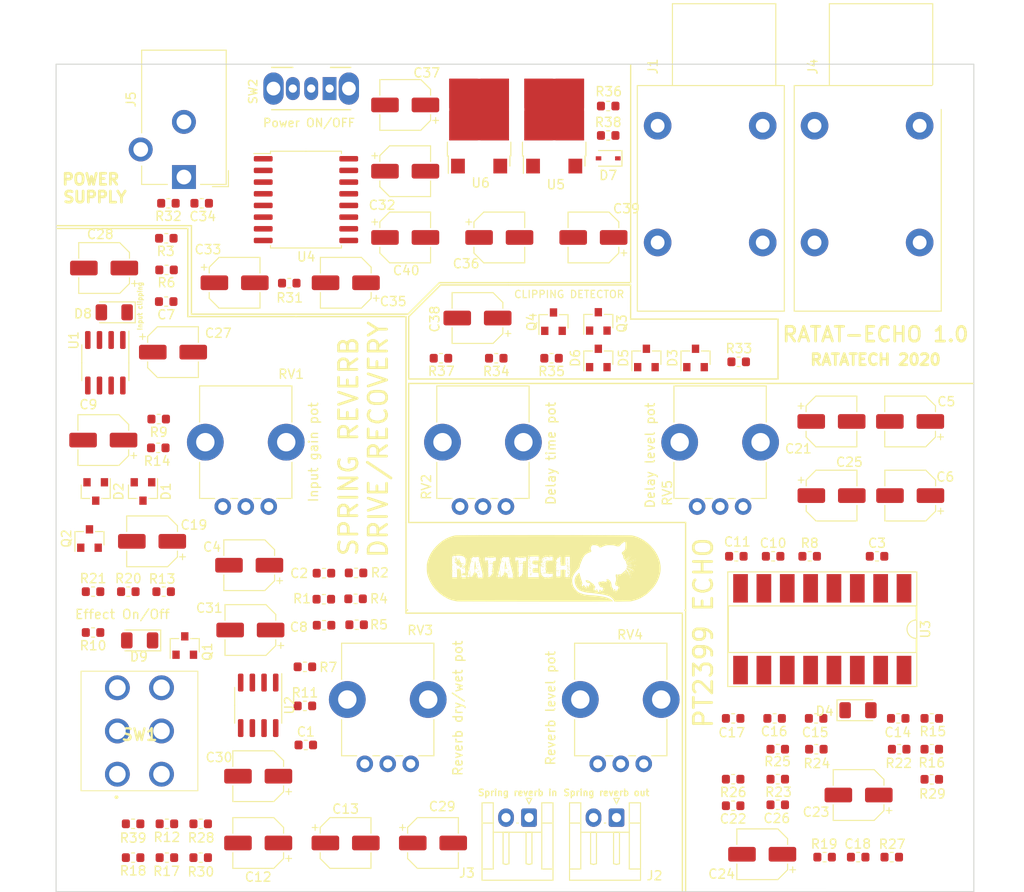
<source format=kicad_pcb>
(kicad_pcb (version 20171130) (host pcbnew "(5.1.4)-1")
  (title_block (title RATAT-ECHO) (date 2020-06-08) (rev 1.0) (company Ratatech))
  (layers (0 F.Cu signal) (31 B.Cu signal) (34 B.Paste user) (35 F.Paste user) (36 B.SilkS user) (37 F.SilkS user) (38 B.Mask user) (39 F.Mask user) (44 Edge.Cuts user))
  (net 0 "")
  (net 1 reverb_out)
  (net 2 "Net-(C1-Pad1)")
  (net 3 "Net-(C2-Pad1)")
  (net 4 VCC5)
  (net 5 GND)
  (net 6 "Net-(C4-Pad2)")
  (net 7 "Net-(C4-Pad1)")
  (net 8 "Net-(C6-Pad1)")
  (net 9 scaled_input)
  (net 10 "Net-(C7-Pad1)")
  (net 11 "Net-(C8-Pad2)")
  (net 12 reverb_in-)
  (net 13 "Net-(C9-Pad1)")
  (net 14 "Net-(C10-Pad2)")
  (net 15 "Net-(C11-Pad2)")
  (net 16 "Net-(C12-Pad2)")
  (net 17 "Net-(C12-Pad1)")
  (net 18 "Net-(C13-Pad2)")
  (net 19 "Net-(C13-Pad1)")
  (net 20 "Net-(C14-Pad2)")
  (net 21 "Net-(C14-Pad1)")
  (net 22 "Net-(C15-Pad2)")
  (net 23 "Net-(C15-Pad1)")
  (net 24 "Net-(C16-Pad2)")
  (net 25 "Net-(C16-Pad1)")
  (net 26 "Net-(C17-Pad2)")
  (net 27 "Net-(C17-Pad1)")
  (net 28 "Net-(C18-Pad2)")
  (net 29 "Net-(C19-Pad2)")
  (net 30 "Net-(C19-Pad1)")
  (net 31 input)
  (net 32 "Net-(C21-Pad1)")
  (net 33 "Net-(C22-Pad2)")
  (net 34 reverb_input)
  (net 35 "Net-(C23-Pad1)")
  (net 36 "Net-(C24-Pad2)")
  (net 37 "Net-(C25-Pad2)")
  (net 38 "Net-(C26-Pad2)")
  (net 39 VCC)
  (net 40 VDD)
  (net 41 "Net-(C29-Pad2)")
  (net 42 output)
  (net 43 "Net-(C32-Pad1)")
  (net 44 "Net-(C33-Pad2)")
  (net 45 "Net-(C33-Pad1)")
  (net 46 "Net-(C34-Pad2)")
  (net 47 "Net-(C34-Pad1)")
  (net 48 "Net-(C38-Pad1)")
  (net 49 "Net-(D1-Pad1)")
  (net 50 "Net-(D3-Pad1)")
  (net 51 "Net-(D4-Pad2)")
  (net 52 "Net-(D5-Pad1)")
  (net 53 "Net-(D6-Pad1)")
  (net 54 reverb_in+)
  (net 55 "Net-(J4-PadT)")
  (net 56 "Net-(J5-Pad1)")
  (net 57 "Net-(Q1-Pad1)")
  (net 58 "Net-(Q2-Pad3)")
  (net 59 "Net-(Q3-Pad2)")
  (net 60 "Net-(Q4-Pad2)")
  (net 61 "Net-(R29-Pad2)")
  (net 62 "Net-(R3-Pad1)")
  (net 63 "Net-(R5-Pad2)")
  (net 64 "Net-(R8-Pad2)")
  (net 65 "Net-(R8-Pad1)")
  (net 66 "Net-(R17-Pad2)")
  (net 67 "Net-(R17-Pad1)")
  (net 68 "Net-(R28-Pad2)")
  (net 69 "Net-(R31-Pad2)")
  (net 70 "Net-(D8-Pad1)")
  (net 71 "Net-(D9-Pad2)")
  (net 72 "Net-(R39-Pad2)")
  (module MountingHole:MountingHole_3mm (layer F.Cu) (at 102.68204 55.89016)
    (fp_text reference REF**)
    (fp_text value MountingHole_3mm)
    (pad 1 np_thru_hole circle (at 0 0) (size 3 3) (drill 3) (layers *.Cu *.Mask))
  )
  (module MountingHole:MountingHole_3mm (layer F.Cu) (at 102.63632 138.90244)
    (fp_text reference REF**)
    (fp_text value MountingHole_3mm)
    (pad 1 np_thru_hole circle (at 0 0) (size 3 3) (drill 3) (layers *.Cu *.Mask))
  )
  (module MountingHole:MountingHole_3mm (layer F.Cu) (at 195.53936 55.83682)
    (fp_text reference REF**)
    (fp_text value MountingHole_3mm)
    (pad 1 np_thru_hole circle (at 0 0) (size 3 3) (drill 3) (layers *.Cu *.Mask))
  )
  (module MountingHole:MountingHole_3mm (layer F.Cu) (at 195.3514 138.7856)
    (fp_text reference REF**)
    (fp_text value MountingHole_3mm)
    (pad 1 np_thru_hole circle (at 0 0) (size 3 3) (drill 3) (layers *.Cu *.Mask))
  )
  (module imgs:ratatech_bitmap (layer F.Cu) (at 152.1968 107.26674)
    (fp_text reference G*** hide)
    (fp_text value LOGO hide)
  )
  (module Connector_BarrelJack:BarrelJack_CUI_PJ-102AH_Horizontal (layer F.Cu) (at 113.0554 58.37682 180)
    (fp_text reference J5 (at 5.75 2.1 270) (layer F.SilkS))
    (fp_text value Barrel_Jack_Switch)
    (pad 3 thru_hole circle (at 4.7 -3.35 180) (size 2.6 2.6) (drill 1.6) (layers *.Cu *.Mask) (net 5 GND))
    (pad 2 thru_hole circle (at 0 -0.35 180) (size 2.6 2.6) (drill 1.6) (layers *.Cu *.Mask) (net 5 GND))
    (pad 1 thru_hole rect (at 0 -6.35 180) (size 2.6 2.6) (drill 1.6) (layers *.Cu *.Mask) (net 56 "Net-(J5-Pad1)"))
  )
  (module Button_Switch_THT:SW_CuK_OS102011MA1QN1_SPDT_Angled (layer F.Cu) (at 129.53238 56.37276 180)
    (fp_text reference SW2 (at 8.95858 0.95504 90) (layer F.SilkS) (effects (font (size 0.9 0.9))))
    (fp_text value SW_SPST)
    (pad "" thru_hole oval (at 6.735 1.27 180) (size 2.2 3.5) (drill 1.5) (layers *.Cu *.Mask))
    (pad "" thru_hole oval (at -1.465 1.27 180) (size 2.2 3.5) (drill 1.5) (layers *.Cu *.Mask))
    (pad 3 thru_hole oval (at 4.635 1.27 180) (size 1.5 2.5) (drill 0.9) (layers *.Cu *.Mask))
    (pad 2 thru_hole oval (at 2.635 1.27 180) (size 1.5 2.5) (drill 0.9) (layers *.Cu *.Mask) (net 43 "Net-(C32-Pad1)"))
    (pad 1 thru_hole rect (at 0.635 1.27 180) (size 1.5 2.5) (drill 0.9) (layers *.Cu *.Mask) (net 56 "Net-(J5-Pad1)"))
  )
  (module M2028B2B1W03:M2028B2B1W03 (layer F.Cu) (at 108.3564 124.59716)
    (fp_text reference SW1 (at -0.14 0.78) (layer F.SilkS) (effects (font (size 1.27 1.27) (thickness 0.254))))
    (fp_text value SW_DPDT_x2 hide)
    (pad 6 thru_hole circle (at 2.26 -4.32) (size 2.7 2.7) (drill 1.8) (layers *.Cu *.Mask))
    (pad 5 thru_hole circle (at 2.26 0.38) (size 2.7 2.7) (drill 1.8) (layers *.Cu *.Mask) (net 72 "Net-(R39-Pad2)"))
    (pad 4 thru_hole circle (at 2.26 5.08) (size 2.7 2.7) (drill 1.8) (layers *.Cu *.Mask) (net 39 VCC))
    (pad 3 thru_hole circle (at -2.54 -4.32) (size 2.7 2.7) (drill 1.8) (layers *.Cu *.Mask) (net 31 input))
    (pad 2 thru_hole circle (at -2.54 0.38) (size 2.7 2.7) (drill 1.8) (layers *.Cu *.Mask) (net 55 "Net-(J4-PadT)"))
    (pad 1 thru_hole circle (at -2.54 5.08) (size 2.7 2.7) (drill 1.8) (layers *.Cu *.Mask) (net 42 output))
  )
  (module Resistor_SMD:R_0603_1608Metric (layer F.Cu) (at 107.52582 135.07466)
    (fp_text reference R39 (at -0.00254 1.54392) (layer F.SilkS))
    (fp_text value 470)
    (pad 2 smd roundrect (at 0.7875 0) (size 0.875 0.95) (layers F.Cu F.Paste F.Mask) (net 72 "Net-(R39-Pad2)"))
    (pad 1 smd roundrect (at -0.7875 0) (size 0.875 0.95) (layers F.Cu F.Paste F.Mask) (net 71 "Net-(D9-Pad2)"))
  )
  (module LED_SMD:LED_1206_3216Metric (layer F.Cu) (at 108.2421 115.1255 180)
    (fp_text reference D9 (at 0.09144 -1.78308 180) (layer F.SilkS))
    (fp_text value LED)
    (pad 2 smd roundrect (at 1.4 0 180) (size 1.25 1.75) (layers F.Cu F.Paste F.Mask) (roundrect_rratio 0.2) (net 71 "Net-(D9-Pad2)"))
    (pad 1 smd roundrect (at -1.4 0 180) (size 1.25 1.75) (layers F.Cu F.Paste F.Mask) (roundrect_rratio 0.2) (net 5 GND))
  )
  (module Potentiometer_THT:Potentiometer_Alps_RK09K_Single_Vertical (layer F.Cu) (at 119.74068 92.94368)
    (fp_text reference RV1 (at 4.97586 -6.7818 180) (layer F.SilkS))
    (fp_text value 100K)
    (pad "" np_thru_hole circle (at 4.44 0.62 90) (size 4 4) (drill 2) (layers *.Cu *.Mask))
    (pad "" np_thru_hole circle (at -4.36 0.62 90) (size 4 4) (drill 2) (layers *.Cu *.Mask))
    (pad 1 thru_hole circle (at 2.54 7.62 90) (size 1.8 1.8) (drill 1) (layers *.Cu *.Mask) (net 62 "Net-(R3-Pad1)"))
    (pad 2 thru_hole circle (at 0.04 7.62 90) (size 1.8 1.8) (drill 1) (layers *.Cu *.Mask) (net 62 "Net-(R3-Pad1)"))
    (pad 3 thru_hole circle (at -2.46 7.62 90) (size 1.8 1.8) (drill 1) (layers *.Cu *.Mask) (net 34 reverb_input))
  )
  (module Connector_Audio:Jack_6.35mm_Neutrik_NRJ4HF-1_Horizontal (layer F.Cu) (at 181.6481 59.1439 90)
    (fp_text reference J4 (at 6.42112 -0.19304 90) (layer F.SilkS))
    (fp_text value AudioJack2)
    (pad TN thru_hole circle (at -12.7 11.43 90) (size 3 3) (drill 1.5) (layers *.Cu *.Mask))
    (pad "" np_thru_hole circle (at -3.2 0 90) (size 2 2) (drill 2) (layers *.Cu *.Mask))
    (pad "" np_thru_hole circle (at -3.2 11.43 90) (size 2 2) (drill 2) (layers *.Cu *.Mask))
    (pad "" np_thru_hole circle (at -9.55 2.13 90) (size 3 3) (drill 3) (layers *.Cu *.Mask))
    (pad G thru_hole circle (at 0 11.43 90) (size 3 3) (drill 1.5) (layers *.Cu *.Mask))
    (pad S thru_hole circle (at 0 0 90) (size 3 3) (drill 1.5) (layers *.Cu *.Mask) (net 5 GND))
    (pad T thru_hole circle (at -12.7 0 90) (size 3 3) (drill 1.5) (layers *.Cu *.Mask) (net 55 "Net-(J4-PadT)"))
  )
  (module Connector_Audio:Jack_6.35mm_Neutrik_NRJ4HF-1_Horizontal (layer F.Cu) (at 164.5793 58.5089 90)
    (fp_text reference J1 (at 5.81152 -0.51054 90) (layer F.SilkS))
    (fp_text value AudioJack2)
    (pad TN thru_hole circle (at -13.335 11.43 90) (size 3 3) (drill 1.5) (layers *.Cu *.Mask))
    (pad "" np_thru_hole circle (at -3.835 0 90) (size 2 2) (drill 2) (layers *.Cu *.Mask))
    (pad "" np_thru_hole circle (at -3.835 11.43 90) (size 2 2) (drill 2) (layers *.Cu *.Mask))
    (pad "" np_thru_hole circle (at -10.185 2.13 90) (size 3 3) (drill 3) (layers *.Cu *.Mask))
    (pad G thru_hole circle (at -0.635 11.43 90) (size 3 3) (drill 1.5) (layers *.Cu *.Mask))
    (pad S thru_hole circle (at -0.635 0 90) (size 3 3) (drill 1.5) (layers *.Cu *.Mask) (net 5 GND))
    (pad T thru_hole circle (at -13.335 0 90) (size 3 3) (drill 1.5) (layers *.Cu *.Mask) (net 31 input))
  )
  (module Potentiometer_THT:Potentiometer_Alps_RK09K_Single_Vertical (layer F.Cu) (at 171.3357 92.94368)
    (fp_text reference RV5 (at -5.69976 6.14426 90) (layer F.SilkS))
    (fp_text value 50K)
    (pad "" np_thru_hole circle (at 4.44 0.62 90) (size 4 4) (drill 2) (layers *.Cu *.Mask))
    (pad "" np_thru_hole circle (at -4.36 0.62 90) (size 4 4) (drill 2) (layers *.Cu *.Mask))
    (pad 1 thru_hole circle (at 2.54 7.62 90) (size 1.8 1.8) (drill 1) (layers *.Cu *.Mask) (net 37 "Net-(C25-Pad2)"))
    (pad 2 thru_hole circle (at 0.04 7.62 90) (size 1.8 1.8) (drill 1) (layers *.Cu *.Mask) (net 61 "Net-(R29-Pad2)"))
    (pad 3 thru_hole circle (at -2.46 7.62 90) (size 1.8 1.8) (drill 1) (layers *.Cu *.Mask) (net 5 GND))
  )
  (module Potentiometer_THT:Potentiometer_Alps_RK09K_Single_Vertical (layer F.Cu) (at 145.53819 92.94368)
    (fp_text reference RV2 (at -6.11251 5.48386 90) (layer F.SilkS))
    (fp_text value 22K)
    (pad "" np_thru_hole circle (at 4.44 0.62 90) (size 4 4) (drill 2) (layers *.Cu *.Mask))
    (pad "" np_thru_hole circle (at -4.36 0.62 90) (size 4 4) (drill 2) (layers *.Cu *.Mask))
    (pad 1 thru_hole circle (at 2.54 7.62 90) (size 1.8 1.8) (drill 1) (layers *.Cu *.Mask) (net 65 "Net-(R8-Pad1)"))
    (pad 2 thru_hole circle (at 0.04 7.62 90) (size 1.8 1.8) (drill 1) (layers *.Cu *.Mask) (net 65 "Net-(R8-Pad1)"))
    (pad 3 thru_hole circle (at -2.46 7.62 90) (size 1.8 1.8) (drill 1) (layers *.Cu *.Mask) (net 5 GND))
  )
  (module Potentiometer_THT:Potentiometer_Alps_RK09K_Single_Vertical (layer F.Cu) (at 135.18388 120.93194)
    (fp_text reference RV3 (at 3.57124 -6.90118 180) (layer F.SilkS))
    (fp_text value 10K)
    (pad "" np_thru_hole circle (at 4.44 0.62 90) (size 4 4) (drill 2) (layers *.Cu *.Mask))
    (pad "" np_thru_hole circle (at -4.36 0.62 90) (size 4 4) (drill 2) (layers *.Cu *.Mask))
    (pad 1 thru_hole circle (at 2.54 7.62 90) (size 1.8 1.8) (drill 1) (layers *.Cu *.Mask) (net 9 scaled_input))
    (pad 2 thru_hole circle (at 0.04 7.62 90) (size 1.8 1.8) (drill 1) (layers *.Cu *.Mask) (net 18 "Net-(C13-Pad2)"))
    (pad 3 thru_hole circle (at -2.46 7.62 90) (size 1.8 1.8) (drill 1) (layers *.Cu *.Mask) (net 5 GND))
  )
  (module Potentiometer_THT:Potentiometer_Alps_RK09K_Single_Vertical (layer F.Cu) (at 160.528 120.93194)
    (fp_text reference RV4 (at 1.04648 -6.42366 180) (layer F.SilkS))
    (fp_text value 10K)
    (pad "" np_thru_hole circle (at 4.44 0.62 90) (size 4 4) (drill 2) (layers *.Cu *.Mask))
    (pad "" np_thru_hole circle (at -4.36 0.62 90) (size 4 4) (drill 2) (layers *.Cu *.Mask))
    (pad 1 thru_hole circle (at 2.54 7.62 90) (size 1.8 1.8) (drill 1) (layers *.Cu *.Mask) (net 17 "Net-(C12-Pad1)"))
    (pad 2 thru_hole circle (at 0.04 7.62 90) (size 1.8 1.8) (drill 1) (layers *.Cu *.Mask) (net 66 "Net-(R17-Pad2)"))
    (pad 3 thru_hole circle (at -2.46 7.62 90) (size 1.8 1.8) (drill 1) (layers *.Cu *.Mask) (net 5 GND))
  )
  (module Package_SO:SOIC-16W_7.5x10.3mm_P1.27mm (layer F.Cu) (at 126.32944 67.18046)
    (fp_text reference U4 (at 0.0254 6.223) (layer F.SilkS))
    (fp_text value LT1054xSOIC16)
    (pad 16 smd roundrect (at 4.65 -4.445) (size 2.05 0.6) (layers F.Cu F.Paste F.Mask))
    (pad 15 smd roundrect (at 4.65 -3.175) (size 2.05 0.6) (layers F.Cu F.Paste F.Mask))
    (pad 14 smd roundrect (at 4.65 -1.905) (size 2.05 0.6) (layers F.Cu F.Paste F.Mask) (net 43 "Net-(C32-Pad1)"))
    (pad 13 smd roundrect (at 4.65 -0.635) (size 2.05 0.6) (layers F.Cu F.Paste F.Mask))
    (pad 12 smd roundrect (at 4.65 0.635) (size 2.05 0.6) (layers F.Cu F.Paste F.Mask) (net 69 "Net-(R31-Pad2)"))
    (pad 11 smd roundrect (at 4.65 1.905) (size 2.05 0.6) (layers F.Cu F.Paste F.Mask) (net 47 "Net-(C34-Pad1)"))
    (pad 10 smd roundrect (at 4.65 3.175) (size 2.05 0.6) (layers F.Cu F.Paste F.Mask))
    (pad 9 smd roundrect (at 4.65 4.445) (size 2.05 0.6) (layers F.Cu F.Paste F.Mask))
    (pad 8 smd roundrect (at -4.65 4.445) (size 2.05 0.6) (layers F.Cu F.Paste F.Mask))
    (pad 7 smd roundrect (at -4.65 3.175) (size 2.05 0.6) (layers F.Cu F.Paste F.Mask))
    (pad 6 smd roundrect (at -4.65 1.905) (size 2.05 0.6) (layers F.Cu F.Paste F.Mask) (net 44 "Net-(C33-Pad2)"))
    (pad 5 smd roundrect (at -4.65 0.635) (size 2.05 0.6) (layers F.Cu F.Paste F.Mask) (net 5 GND))
    (pad 4 smd roundrect (at -4.65 -0.635) (size 2.05 0.6) (layers F.Cu F.Paste F.Mask) (net 45 "Net-(C33-Pad1)"))
    (pad 3 smd roundrect (at -4.65 -1.905) (size 2.05 0.6) (layers F.Cu F.Paste F.Mask) (net 46 "Net-(C34-Pad2)"))
    (pad 2 smd roundrect (at -4.65 -3.175) (size 2.05 0.6) (layers F.Cu F.Paste F.Mask))
    (pad 1 smd roundrect (at -4.65 -4.445) (size 2.05 0.6) (layers F.Cu F.Paste F.Mask))
  )
  (module Resistor_SMD:R_0603_1608Metric (layer F.Cu) (at 181.1147 105.97642)
    (fp_text reference R8 (at 0 -1.43) (layer F.SilkS))
    (fp_text value 680)
    (pad 2 smd roundrect (at 0.7875 0) (size 0.875 0.95) (layers F.Cu F.Paste F.Mask) (net 64 "Net-(R8-Pad2)"))
    (pad 1 smd roundrect (at -0.7875 0) (size 0.875 0.95) (layers F.Cu F.Paste F.Mask) (net 65 "Net-(R8-Pad1)"))
  )
  (module Resistor_SMD:R_0603_1608Metric (layer F.Cu) (at 159.19998 60.20308)
    (fp_text reference R38 (at 0 -1.43) (layer F.SilkS))
    (fp_text value 270)
    (pad 2 smd roundrect (at 0.7875 0) (size 0.875 0.95) (layers F.Cu F.Paste F.Mask) (net 4 VCC5))
    (pad 1 smd roundrect (at -0.7875 0) (size 0.875 0.95) (layers F.Cu F.Paste F.Mask) (net 39 VCC))
  )
  (module LED_SMD:LED_1206_3216Metric (layer F.Cu) (at 105.4735 79.4385 180)
    (fp_text reference D8 (at 3.4036 -0.1524) (layer F.SilkS))
    (fp_text value LED)
    (pad 2 smd roundrect (at 1.4 0 180) (size 1.25 1.75) (layers F.Cu F.Paste F.Mask) (roundrect_rratio 0.2) (net 53 "Net-(D6-Pad1)"))
    (pad 1 smd roundrect (at -1.4 0 180) (size 1.25 1.75) (layers F.Cu F.Paste F.Mask) (roundrect_rratio 0.2) (net 70 "Net-(D8-Pad1)"))
  )
  (module Diode_SMD:D_SOD-323 (layer F.Cu) (at 159.19998 62.69228 180)
    (fp_text reference D7 (at 0 -1.85) (layer F.SilkS))
    (fp_text value D_Zener_5.6v)
    (pad 2 smd rect (at 1.05 0 180) (size 0.6 0.45) (layers F.Cu F.Paste F.Mask) (net 5 GND))
    (pad 1 smd rect (at -1.05 0 180) (size 0.6 0.45) (layers F.Cu F.Paste F.Mask) (net 4 VCC5))
  )
  (module Capacitor_SMD:CP_Elec_5x5.3 (layer F.Cu) (at 137.1219 64.09055)
    (fp_text reference C32 (at -2.5146 3.6957) (layer F.SilkS))
    (fp_text value 2uF)
    (pad 2 smd roundrect (at 2.2 0) (size 3 1.6) (layers F.Cu F.Paste F.Mask) (roundrect_rratio 0.15625) (net 5 GND))
    (pad 1 smd roundrect (at -2.2 0) (size 3 1.6) (layers F.Cu F.Paste F.Mask) (roundrect_rratio 0.15625) (net 43 "Net-(C32-Pad1)"))
  )
  (module Package_TO_SOT_SMD:ATPAK-2 (layer F.Cu) (at 145.161 59.182 90)
    (fp_text reference U6 (at -6.17474 0.1651 180) (layer F.SilkS))
    (fp_text value LM7912_TO220)
    (pad 2 smd rect (at 0.05 1.7 90) (size 3.2 3.1) (layers F.Cu F.Paste) (net 47 "Net-(C34-Pad1)"))
    (pad 2 smd rect (at 3.55 -1.7 90) (size 3.2 3.1) (layers F.Cu F.Paste) (net 47 "Net-(C34-Pad1)"))
    (pad 2 smd rect (at 0.05 -1.7 90) (size 3.2 3.1) (layers F.Cu F.Paste) (net 47 "Net-(C34-Pad1)"))
    (pad 2 smd rect (at 3.55 1.7 90) (size 3.2 3.1) (layers F.Cu F.Paste) (net 47 "Net-(C34-Pad1)"))
    (pad 2 smd rect (at 1.8 0 90) (size 6.7 6.5) (layers F.Cu F.Mask) (net 47 "Net-(C34-Pad1)"))
    (pad 3 smd rect (at -4.35 2.3 90) (size 1.6 1.5) (layers F.Cu F.Paste F.Mask) (net 40 VDD))
    (pad 1 smd rect (at -4.35 -2.3 90) (size 1.6 1.5) (layers F.Cu F.Paste F.Mask) (net 5 GND))
  )
  (module Package_TO_SOT_SMD:ATPAK-2 (layer F.Cu) (at 153.3271 59.182 90)
    (fp_text reference U5 (at -6.3627 0.18054 180) (layer F.SilkS))
    (fp_text value LM7812_TO220)
    (pad 2 smd rect (at 0.05 1.7 90) (size 3.2 3.1) (layers F.Cu F.Paste) (net 5 GND))
    (pad 2 smd rect (at 3.55 -1.7 90) (size 3.2 3.1) (layers F.Cu F.Paste) (net 5 GND))
    (pad 2 smd rect (at 0.05 -1.7 90) (size 3.2 3.1) (layers F.Cu F.Paste) (net 5 GND))
    (pad 2 smd rect (at 3.55 1.7 90) (size 3.2 3.1) (layers F.Cu F.Paste) (net 5 GND))
    (pad 2 smd rect (at 1.8 0 90) (size 6.7 6.5) (layers F.Cu F.Mask) (net 5 GND))
    (pad 3 smd rect (at -4.35 2.3 90) (size 1.6 1.5) (layers F.Cu F.Paste F.Mask) (net 39 VCC))
    (pad 1 smd rect (at -4.35 -2.3 90) (size 1.6 1.5) (layers F.Cu F.Paste F.Mask) (net 43 "Net-(C32-Pad1)"))
  )
  (module Package_DIP:DIP-16_W8.89mm_SMDSocket_LongPads (layer F.Cu) (at 182.4863 113.9063 270)
    (fp_text reference U3 (at 0 -11.22 90) (layer F.SilkS))
    (fp_text value PT2399)
    (pad 16 smd rect (at 4.445 -8.89 270) (size 3.1 1.6) (layers F.Cu F.Paste F.Mask) (net 20 "Net-(C14-Pad2)"))
    (pad 8 smd rect (at -4.445 8.89 270) (size 3.1 1.6) (layers F.Cu F.Paste F.Mask) (net 15 "Net-(C11-Pad2)"))
    (pad 15 smd rect (at 4.445 -6.35 270) (size 3.1 1.6) (layers F.Cu F.Paste F.Mask) (net 21 "Net-(C14-Pad1)"))
    (pad 7 smd rect (at -4.445 6.35 270) (size 3.1 1.6) (layers F.Cu F.Paste F.Mask) (net 14 "Net-(C10-Pad2)"))
    (pad 14 smd rect (at 4.445 -3.81 270) (size 3.1 1.6) (layers F.Cu F.Paste F.Mask) (net 22 "Net-(C15-Pad2)"))
    (pad 6 smd rect (at -4.445 3.81 270) (size 3.1 1.6) (layers F.Cu F.Paste F.Mask) (net 64 "Net-(R8-Pad2)"))
    (pad 13 smd rect (at 4.445 -1.27 270) (size 3.1 1.6) (layers F.Cu F.Paste F.Mask) (net 23 "Net-(C15-Pad1)"))
    (pad 5 smd rect (at -4.445 1.27 270) (size 3.1 1.6) (layers F.Cu F.Paste F.Mask))
    (pad 12 smd rect (at 4.445 1.27 270) (size 3.1 1.6) (layers F.Cu F.Paste F.Mask) (net 24 "Net-(C16-Pad2)"))
    (pad 4 smd rect (at -4.445 -1.27 270) (size 3.1 1.6) (layers F.Cu F.Paste F.Mask) (net 5 GND))
    (pad 11 smd rect (at 4.445 3.81 270) (size 3.1 1.6) (layers F.Cu F.Paste F.Mask) (net 25 "Net-(C16-Pad1)"))
    (pad 3 smd rect (at -4.445 -3.81 270) (size 3.1 1.6) (layers F.Cu F.Paste F.Mask) (net 5 GND))
    (pad 10 smd rect (at 4.445 6.35 270) (size 3.1 1.6) (layers F.Cu F.Paste F.Mask) (net 26 "Net-(C17-Pad2)"))
    (pad 2 smd rect (at -4.445 -6.35 270) (size 3.1 1.6) (layers F.Cu F.Paste F.Mask) (net 8 "Net-(C6-Pad1)"))
    (pad 9 smd rect (at 4.445 8.89 270) (size 3.1 1.6) (layers F.Cu F.Paste F.Mask) (net 27 "Net-(C17-Pad1)"))
    (pad 1 smd rect (at -4.445 -8.89 270) (size 3.1 1.6) (layers F.Cu F.Paste F.Mask) (net 4 VCC5))
  )
  (module Package_SO:SOIC-8_3.9x4.9mm_P1.27mm (layer F.Cu) (at 121.1326 122.1867 270)
    (fp_text reference U2 (at 0 -3.4 90) (layer F.SilkS))
    (fp_text value NE5532)
    (pad 8 smd roundrect (at 2.475 -1.905 270) (size 1.95 0.6) (layers F.Cu F.Paste F.Mask) (net 39 VCC))
    (pad 7 smd roundrect (at 2.475 -0.635 270) (size 1.95 0.6) (layers F.Cu F.Paste F.Mask) (net 68 "Net-(R28-Pad2)"))
    (pad 6 smd roundrect (at 2.475 0.635 270) (size 1.95 0.6) (layers F.Cu F.Paste F.Mask) (net 67 "Net-(R17-Pad1)"))
    (pad 5 smd roundrect (at 2.475 1.905 270) (size 1.95 0.6) (layers F.Cu F.Paste F.Mask) (net 5 GND))
    (pad 4 smd roundrect (at -2.475 1.905 270) (size 1.95 0.6) (layers F.Cu F.Paste F.Mask) (net 40 VDD))
    (pad 3 smd roundrect (at -2.475 0.635 270) (size 1.95 0.6) (layers F.Cu F.Paste F.Mask) (net 63 "Net-(R5-Pad2)"))
    (pad 2 smd roundrect (at -2.475 -0.635 270) (size 1.95 0.6) (layers F.Cu F.Paste F.Mask) (net 6 "Net-(C4-Pad2)"))
    (pad 1 smd roundrect (at -2.475 -1.905 270) (size 1.95 0.6) (layers F.Cu F.Paste F.Mask) (net 11 "Net-(C8-Pad2)"))
  )
  (module Package_SO:SOIC-8_3.9x4.9mm_P1.27mm (layer F.Cu) (at 104.50322 84.9249 270)
    (fp_text reference U1 (at -2.43586 3.4294 90) (layer F.SilkS))
    (fp_text value NE5532)
    (pad 8 smd roundrect (at 2.475 -1.905 270) (size 1.95 0.6) (layers F.Cu F.Paste F.Mask) (net 39 VCC))
    (pad 7 smd roundrect (at 2.475 -0.635 270) (size 1.95 0.6) (layers F.Cu F.Paste F.Mask) (net 49 "Net-(D1-Pad1)"))
    (pad 6 smd roundrect (at 2.475 0.635 270) (size 1.95 0.6) (layers F.Cu F.Paste F.Mask) (net 13 "Net-(C9-Pad1)"))
    (pad 5 smd roundrect (at 2.475 1.905 270) (size 1.95 0.6) (layers F.Cu F.Paste F.Mask) (net 10 "Net-(C7-Pad1)"))
    (pad 4 smd roundrect (at -2.475 1.905 270) (size 1.95 0.6) (layers F.Cu F.Paste F.Mask) (net 40 VDD))
    (pad 3 smd roundrect (at -2.475 0.635 270) (size 1.95 0.6) (layers F.Cu F.Paste F.Mask) (net 5 GND))
    (pad 2 smd roundrect (at -2.475 -0.635 270) (size 1.95 0.6) (layers F.Cu F.Paste F.Mask) (net 62 "Net-(R3-Pad1)"))
    (pad 1 smd roundrect (at -2.475 -1.905 270) (size 1.95 0.6) (layers F.Cu F.Paste F.Mask) (net 9 scaled_input))
  )
  (module Resistor_SMD:R_0603_1608Metric (layer F.Cu) (at 141.01064 84.43214 180)
    (fp_text reference R37 (at -0.03556 -1.41224) (layer F.SilkS))
    (fp_text value 1K)
    (pad 2 smd roundrect (at 0.7875 0 180) (size 0.875 0.95) (layers F.Cu F.Paste F.Mask) (net 40 VDD))
    (pad 1 smd roundrect (at -0.7875 0 180) (size 0.875 0.95) (layers F.Cu F.Paste F.Mask) (net 70 "Net-(D8-Pad1)"))
  )
  (module Resistor_SMD:R_0603_1608Metric (layer F.Cu) (at 159.19998 57.00268 180)
    (fp_text reference R36 (at -0.0508 1.5748) (layer F.SilkS))
    (fp_text value 470)
    (pad 2 smd roundrect (at 0.7875 0 180) (size 0.875 0.95) (layers F.Cu F.Paste F.Mask) (net 39 VCC))
    (pad 1 smd roundrect (at -0.7875 0 180) (size 0.875 0.95) (layers F.Cu F.Paste F.Mask) (net 51 "Net-(D4-Pad2)"))
  )
  (module Resistor_SMD:R_0603_1608Metric (layer F.Cu) (at 153.04008 84.43214 180)
    (fp_text reference R35 (at 0 -1.43) (layer F.SilkS))
    (fp_text value 10K)
    (pad 2 smd roundrect (at 0.7875 0 180) (size 0.875 0.95) (layers F.Cu F.Paste F.Mask) (net 60 "Net-(Q4-Pad2)"))
    (pad 1 smd roundrect (at -0.7875 0 180) (size 0.875 0.95) (layers F.Cu F.Paste F.Mask) (net 48 "Net-(C38-Pad1)"))
  )
  (module Resistor_SMD:R_0603_1608Metric (layer F.Cu) (at 147.02536 84.43214 180)
    (fp_text reference R34 (at 0 -1.43) (layer F.SilkS))
    (fp_text value 100K)
    (pad 2 smd roundrect (at 0.7875 0 180) (size 0.875 0.95) (layers F.Cu F.Paste F.Mask) (net 40 VDD))
    (pad 1 smd roundrect (at -0.7875 0 180) (size 0.875 0.95) (layers F.Cu F.Paste F.Mask) (net 48 "Net-(C38-Pad1)"))
  )
  (module Resistor_SMD:R_0603_1608Metric (layer F.Cu) (at 173.3931 84.8233 180)
    (fp_text reference R33 (at -0.0254 1.4478) (layer F.SilkS))
    (fp_text value 10K)
    (pad 2 smd roundrect (at 0.7875 0 180) (size 0.875 0.95) (layers F.Cu F.Paste F.Mask) (net 59 "Net-(Q3-Pad2)"))
    (pad 1 smd roundrect (at -0.7875 0 180) (size 0.875 0.95) (layers F.Cu F.Paste F.Mask) (net 42 output))
  )
  (module Resistor_SMD:R_0603_1608Metric (layer F.Cu) (at 111.3663 67.5767)
    (fp_text reference R32 (at -0.00254 1.41214) (layer F.SilkS))
    (fp_text value 240K)
    (pad 2 smd roundrect (at 0.7875 0) (size 0.875 0.95) (layers F.Cu F.Paste F.Mask) (net 47 "Net-(C34-Pad1)"))
    (pad 1 smd roundrect (at -0.7875 0) (size 0.875 0.95) (layers F.Cu F.Paste F.Mask) (net 46 "Net-(C34-Pad2)"))
  )
  (module Resistor_SMD:R_0603_1608Metric (layer F.Cu) (at 124.5108 76.2635)
    (fp_text reference R31 (at 0.04572 1.6002) (layer F.SilkS))
    (fp_text value 22K)
    (pad 2 smd roundrect (at 0.7875 0) (size 0.875 0.95) (layers F.Cu F.Paste F.Mask) (net 69 "Net-(R31-Pad2)"))
    (pad 1 smd roundrect (at -0.7875 0) (size 0.875 0.95) (layers F.Cu F.Paste F.Mask) (net 46 "Net-(C34-Pad2)"))
  )
  (module Resistor_SMD:R_0603_1608Metric (layer F.Cu) (at 114.87658 138.75258)
    (fp_text reference R30 (at 0.02032 1.54432) (layer F.SilkS))
    (fp_text value 100)
    (pad 2 smd roundrect (at 0.7875 0) (size 0.875 0.95) (layers F.Cu F.Paste F.Mask) (net 41 "Net-(C29-Pad2)"))
    (pad 1 smd roundrect (at -0.7875 0) (size 0.875 0.95) (layers F.Cu F.Paste F.Mask) (net 68 "Net-(R28-Pad2)"))
  )
  (module Resistor_SMD:R_0603_1608Metric (layer F.Cu) (at 194.39636 130.23342 180)
    (fp_text reference R29 (at -0.0635 -1.5875) (layer F.SilkS))
    (fp_text value 10K)
    (pad 2 smd roundrect (at 0.7875 0 180) (size 0.875 0.95) (layers F.Cu F.Paste F.Mask) (net 61 "Net-(R29-Pad2)"))
    (pad 1 smd roundrect (at -0.7875 0 180) (size 0.875 0.95) (layers F.Cu F.Paste F.Mask) (net 36 "Net-(C24-Pad2)"))
  )
  (module Resistor_SMD:R_0603_1608Metric (layer F.Cu) (at 114.87658 135.07466)
    (fp_text reference R28 (at 0.0508 1.524) (layer F.SilkS))
    (fp_text value 10K)
    (pad 2 smd roundrect (at 0.7875 0) (size 0.875 0.95) (layers F.Cu F.Paste F.Mask) (net 68 "Net-(R28-Pad2)"))
    (pad 1 smd roundrect (at -0.7875 0) (size 0.875 0.95) (layers F.Cu F.Paste F.Mask) (net 67 "Net-(R17-Pad1)"))
  )
  (module Resistor_SMD:R_0603_1608Metric (layer F.Cu) (at 190.0428 138.6967 180)
    (fp_text reference R27 (at -0.0381 1.4098) (layer F.SilkS))
    (fp_text value 100K)
    (pad 2 smd roundrect (at 0.7875 0 180) (size 0.875 0.95) (layers F.Cu F.Paste F.Mask) (net 5 GND))
    (pad 1 smd roundrect (at -0.7875 0 180) (size 0.875 0.95) (layers F.Cu F.Paste F.Mask) (net 31 input))
  )
  (module Resistor_SMD:R_0603_1608Metric (layer F.Cu) (at 172.79152 130.21818 180)
    (fp_text reference R26 (at 0 -1.43) (layer F.SilkS))
    (fp_text value 5.6K)
    (pad 2 smd roundrect (at 0.7875 0 180) (size 0.875 0.95) (layers F.Cu F.Paste F.Mask) (net 33 "Net-(C22-Pad2)"))
    (pad 1 smd roundrect (at -0.7875 0 180) (size 0.875 0.95) (layers F.Cu F.Paste F.Mask) (net 22 "Net-(C15-Pad2)"))
  )
  (module Resistor_SMD:R_0603_1608Metric (layer F.Cu) (at 177.64262 126.95896)
    (fp_text reference R25 (at -0.0255 1.337467) (layer F.SilkS))
    (fp_text value 10K)
    (pad 2 smd roundrect (at 0.7875 0) (size 0.875 0.95) (layers F.Cu F.Paste F.Mask) (net 38 "Net-(C26-Pad2)"))
    (pad 1 smd roundrect (at -0.7875 0) (size 0.875 0.95) (layers F.Cu F.Paste F.Mask) (net 24 "Net-(C16-Pad2)"))
  )
  (module Resistor_SMD:R_0603_1608Metric (layer F.Cu) (at 181.84152 126.95896 180)
    (fp_text reference R24 (at -0.0508 -1.5494) (layer F.SilkS))
    (fp_text value 10K)
    (pad 2 smd roundrect (at 0.7875 0 180) (size 0.875 0.95) (layers F.Cu F.Paste F.Mask) (net 38 "Net-(C26-Pad2)"))
    (pad 1 smd roundrect (at -0.7875 0 180) (size 0.875 0.95) (layers F.Cu F.Paste F.Mask) (net 23 "Net-(C15-Pad1)"))
  )
  (module Resistor_SMD:R_0603_1608Metric (layer F.Cu) (at 177.64262 130.21818)
    (fp_text reference R23 (at 0.0761 1.405334) (layer F.SilkS))
    (fp_text value 15K)
    (pad 2 smd roundrect (at 0.7875 0) (size 0.875 0.95) (layers F.Cu F.Paste F.Mask) (net 38 "Net-(C26-Pad2)"))
    (pad 1 smd roundrect (at -0.7875 0) (size 0.875 0.95) (layers F.Cu F.Paste F.Mask) (net 22 "Net-(C15-Pad2)"))
  )
  (module Resistor_SMD:R_0603_1608Metric (layer F.Cu) (at 190.85052 126.95896)
    (fp_text reference R22 (at -0.0508 1.524) (layer F.SilkS))
    (fp_text value 4.7K)
    (pad 2 smd roundrect (at 0.7875 0) (size 0.875 0.95) (layers F.Cu F.Paste F.Mask) (net 35 "Net-(C23-Pad1)"))
    (pad 1 smd roundrect (at -0.7875 0) (size 0.875 0.95) (layers F.Cu F.Paste F.Mask) (net 21 "Net-(C14-Pad1)"))
  )
  (module Resistor_SMD:R_0603_1608Metric (layer F.Cu) (at 103.16972 109.82198)
    (fp_text reference R21 (at 0 -1.43) (layer F.SilkS))
    (fp_text value 10)
    (pad 2 smd roundrect (at 0.7875 0) (size 0.875 0.95) (layers F.Cu F.Paste F.Mask) (net 54 reverb_in+))
    (pad 1 smd roundrect (at -0.7875 0) (size 0.875 0.95) (layers F.Cu F.Paste F.Mask) (net 58 "Net-(Q2-Pad3)"))
  )
  (module Resistor_SMD:R_0603_1608Metric (layer F.Cu) (at 107.00502 109.82198)
    (fp_text reference R20 (at 0 -1.43) (layer F.SilkS))
    (fp_text value 10)
    (pad 2 smd roundrect (at 0.7875 0) (size 0.875 0.95) (layers F.Cu F.Paste F.Mask) (net 57 "Net-(Q1-Pad1)"))
    (pad 1 smd roundrect (at -0.7875 0) (size 0.875 0.95) (layers F.Cu F.Paste F.Mask) (net 54 reverb_in+))
  )
  (module Resistor_SMD:R_0603_1608Metric (layer F.Cu) (at 182.7403 138.6967)
    (fp_text reference R19 (at -0.0508 -1.4224) (layer F.SilkS))
    (fp_text value 15K)
    (pad 2 smd roundrect (at 0.7875 0) (size 0.875 0.95) (layers F.Cu F.Paste F.Mask) (net 32 "Net-(C21-Pad1)"))
    (pad 1 smd roundrect (at -0.7875 0) (size 0.875 0.95) (layers F.Cu F.Paste F.Mask) (net 28 "Net-(C18-Pad2)"))
  )
  (module Resistor_SMD:R_0603_1608Metric (layer F.Cu) (at 107.52582 138.75258 180)
    (fp_text reference R18 (at 0 -1.43) (layer F.SilkS))
    (fp_text value 10K)
    (pad 2 smd roundrect (at 0.7875 0 180) (size 0.875 0.95) (layers F.Cu F.Paste F.Mask) (net 19 "Net-(C13-Pad1)"))
    (pad 1 smd roundrect (at -0.7875 0 180) (size 0.875 0.95) (layers F.Cu F.Paste F.Mask) (net 67 "Net-(R17-Pad1)"))
  )
  (module Resistor_SMD:R_0603_1608Metric (layer F.Cu) (at 111.2012 138.75258)
    (fp_text reference R17 (at -0.0381 1.48082) (layer F.SilkS))
    (fp_text value 10K)
    (pad 2 smd roundrect (at 0.7875 0) (size 0.875 0.95) (layers F.Cu F.Paste F.Mask) (net 66 "Net-(R17-Pad2)"))
    (pad 1 smd roundrect (at -0.7875 0) (size 0.875 0.95) (layers F.Cu F.Paste F.Mask) (net 67 "Net-(R17-Pad1)"))
  )
  (module Resistor_SMD:R_0603_1608Metric (layer F.Cu) (at 194.39636 126.95896)
    (fp_text reference R16 (at 0 1.4732) (layer F.SilkS))
    (fp_text value 10K)
    (pad 2 smd roundrect (at 0.7875 0) (size 0.875 0.95) (layers F.Cu F.Paste F.Mask) (net 28 "Net-(C18-Pad2)"))
    (pad 1 smd roundrect (at -0.7875 0) (size 0.875 0.95) (layers F.Cu F.Paste F.Mask) (net 21 "Net-(C14-Pad1)"))
  )
  (module Resistor_SMD:R_0603_1608Metric (layer F.Cu) (at 194.39636 123.60696)
    (fp_text reference R15 (at 0.11684 1.42454) (layer F.SilkS))
    (fp_text value 10K)
    (pad 2 smd roundrect (at 0.7875 0) (size 0.875 0.95) (layers F.Cu F.Paste F.Mask) (net 28 "Net-(C18-Pad2)"))
    (pad 1 smd roundrect (at -0.7875 0) (size 0.875 0.95) (layers F.Cu F.Paste F.Mask) (net 20 "Net-(C14-Pad2)"))
  )
  (module Resistor_SMD:R_0603_1608Metric (layer F.Cu) (at 110.26394 94.1832)
    (fp_text reference R14 (at -0.12954 1.4351) (layer F.SilkS))
    (fp_text value 3.9K)
    (pad 2 smd roundrect (at 0.7875 0) (size 0.875 0.95) (layers F.Cu F.Paste F.Mask) (net 29 "Net-(C19-Pad2)"))
    (pad 1 smd roundrect (at -0.7875 0) (size 0.875 0.95) (layers F.Cu F.Paste F.Mask) (net 40 VDD))
  )
  (module Resistor_SMD:R_0603_1608Metric (layer F.Cu) (at 110.84814 109.82198 180)
    (fp_text reference R13 (at 0.16764 1.38684) (layer F.SilkS))
    (fp_text value 3.9K)
    (pad 2 smd roundrect (at 0.7875 0 180) (size 0.875 0.95) (layers F.Cu F.Paste F.Mask) (net 39 VCC))
    (pad 1 smd roundrect (at -0.7875 0 180) (size 0.875 0.95) (layers F.Cu F.Paste F.Mask) (net 30 "Net-(C19-Pad1)"))
  )
  (module Resistor_SMD:R_0603_1608Metric (layer F.Cu) (at 111.2012 135.07466)
    (fp_text reference R12 (at 0 1.46304) (layer F.SilkS))
    (fp_text value 22K)
    (pad 2 smd roundrect (at 0.7875 0) (size 0.875 0.95) (layers F.Cu F.Paste F.Mask) (net 5 GND))
    (pad 1 smd roundrect (at -0.7875 0) (size 0.875 0.95) (layers F.Cu F.Paste F.Mask) (net 17 "Net-(C12-Pad1)"))
  )
  (module Resistor_SMD:R_0603_1608Metric (layer F.Cu) (at 126.2124 122.2502)
    (fp_text reference R11 (at 0 -1.43) (layer F.SilkS))
    (fp_text value 560)
    (pad 2 smd roundrect (at 0.7875 0) (size 0.875 0.95) (layers F.Cu F.Paste F.Mask) (net 16 "Net-(C12-Pad2)"))
    (pad 1 smd roundrect (at -0.7875 0) (size 0.875 0.95) (layers F.Cu F.Paste F.Mask) (net 11 "Net-(C8-Pad2)"))
  )
  (module Resistor_SMD:R_0603_1608Metric (layer F.Cu) (at 103.16972 114.26444 180)
    (fp_text reference R10 (at 0 -1.43) (layer F.SilkS))
    (fp_text value 3.3K)
    (pad 2 smd roundrect (at 0.7875 0 180) (size 0.875 0.95) (layers F.Cu F.Paste F.Mask) (net 13 "Net-(C9-Pad1)"))
    (pad 1 smd roundrect (at -0.7875 0 180) (size 0.875 0.95) (layers F.Cu F.Paste F.Mask) (net 54 reverb_in+))
  )
  (module Resistor_SMD:R_0603_1608Metric (layer F.Cu) (at 110.30712 91.04884 180)
    (fp_text reference R9 (at 0 -1.43) (layer F.SilkS))
    (fp_text value 150)
    (pad 2 smd roundrect (at 0.7875 0 180) (size 0.875 0.95) (layers F.Cu F.Paste F.Mask) (net 12 reverb_in-))
    (pad 1 smd roundrect (at -0.7875 0 180) (size 0.875 0.95) (layers F.Cu F.Paste F.Mask) (net 5 GND))
  )
  (module Resistor_SMD:R_0603_1608Metric (layer F.Cu) (at 126.2124 118.00078)
    (fp_text reference R7 (at 2.54 0.0508) (layer F.SilkS))
    (fp_text value 22K)
    (pad 2 smd roundrect (at 0.7875 0) (size 0.875 0.95) (layers F.Cu F.Paste F.Mask) (net 11 "Net-(C8-Pad2)"))
    (pad 1 smd roundrect (at -0.7875 0) (size 0.875 0.95) (layers F.Cu F.Paste F.Mask) (net 6 "Net-(C4-Pad2)"))
  )
  (module Resistor_SMD:R_0603_1608Metric (layer F.Cu) (at 111.1631 74.8284)
    (fp_text reference R6 (at -0.0127 1.3843) (layer F.SilkS))
    (fp_text value 22K)
    (pad 2 smd roundrect (at 0.7875 0) (size 0.875 0.95) (layers F.Cu F.Paste F.Mask) (net 10 "Net-(C7-Pad1)"))
    (pad 1 smd roundrect (at -0.7875 0) (size 0.875 0.95) (layers F.Cu F.Paste F.Mask) (net 5 GND))
  )
  (module Resistor_SMD:R_0603_1608Metric (layer F.Cu) (at 131.8386 113.4237)
    (fp_text reference R5 (at 2.4259 -0.00762) (layer F.SilkS))
    (fp_text value 560)
    (pad 2 smd roundrect (at 0.7875 0) (size 0.875 0.95) (layers F.Cu F.Paste F.Mask) (net 63 "Net-(R5-Pad2)"))
    (pad 1 smd roundrect (at -0.7875 0) (size 0.875 0.95) (layers F.Cu F.Paste F.Mask) (net 2 "Net-(C1-Pad1)"))
  )
  (module Resistor_SMD:R_0603_1608Metric (layer F.Cu) (at 131.724 110.6043 180)
    (fp_text reference R4 (at -2.5404 0.00976) (layer F.SilkS))
    (fp_text value 220)
    (pad 2 smd roundrect (at 0.7875 0 180) (size 0.875 0.95) (layers F.Cu F.Paste F.Mask) (net 5 GND))
    (pad 1 smd roundrect (at -0.7875 0 180) (size 0.875 0.95) (layers F.Cu F.Paste F.Mask) (net 7 "Net-(C4-Pad1)"))
  )
  (module Resistor_SMD:R_0603_1608Metric (layer F.Cu) (at 111.1377 71.3867)
    (fp_text reference R3 (at -0.0635 1.41478) (layer F.SilkS))
    (fp_text value 100K)
    (pad 2 smd roundrect (at 0.7875 0) (size 0.875 0.95) (layers F.Cu F.Paste F.Mask) (net 9 scaled_input))
    (pad 1 smd roundrect (at -0.7875 0) (size 0.875 0.95) (layers F.Cu F.Paste F.Mask) (net 62 "Net-(R3-Pad1)"))
  )
  (module Resistor_SMD:R_0603_1608Metric (layer F.Cu) (at 131.7752 107.7849 180)
    (fp_text reference R2 (at -2.5785 0.02286) (layer F.SilkS))
    (fp_text value 220K)
    (pad 2 smd roundrect (at 0.7875 0 180) (size 0.875 0.95) (layers F.Cu F.Paste F.Mask) (net 5 GND))
    (pad 1 smd roundrect (at -0.7875 0 180) (size 0.875 0.95) (layers F.Cu F.Paste F.Mask) (net 2 "Net-(C1-Pad1)"))
  )
  (module Resistor_SMD:R_0603_1608Metric (layer F.Cu) (at 128.27 110.6424)
    (fp_text reference R1 (at -2.3749 -0.06056) (layer F.SilkS))
    (fp_text value 4.7K)
    (pad 2 smd roundrect (at 0.7875 0) (size 0.875 0.95) (layers F.Cu F.Paste F.Mask) (net 5 GND))
    (pad 1 smd roundrect (at -0.7875 0) (size 0.875 0.95) (layers F.Cu F.Paste F.Mask) (net 3 "Net-(C2-Pad1)"))
  )
  (module Package_TO_SOT_SMD:SOT-23 (layer F.Cu) (at 153.2509 80.4545 90)
    (fp_text reference Q4 (at -0.03302 -2.35966 90) (layer F.SilkS))
    (fp_text value 2N3906)
    (pad 3 smd rect (at 1 0 90) (size 0.9 0.8) (layers F.Cu F.Paste F.Mask) (net 70 "Net-(D8-Pad1)"))
    (pad 2 smd rect (at -1 0.95 90) (size 0.9 0.8) (layers F.Cu F.Paste F.Mask) (net 60 "Net-(Q4-Pad2)"))
    (pad 1 smd rect (at -1 -0.95 90) (size 0.9 0.8) (layers F.Cu F.Paste F.Mask) (net 53 "Net-(D6-Pad1)"))
  )
  (module Package_TO_SOT_SMD:SOT-23 (layer F.Cu) (at 158.1277 80.4291 90)
    (fp_text reference Q3 (at -0.2286 2.5654 90) (layer F.SilkS))
    (fp_text value 2N3904)
    (pad 3 smd rect (at 1 0 90) (size 0.9 0.8) (layers F.Cu F.Paste F.Mask) (net 39 VCC))
    (pad 2 smd rect (at -1 0.95 90) (size 0.9 0.8) (layers F.Cu F.Paste F.Mask) (net 59 "Net-(Q3-Pad2)"))
    (pad 1 smd rect (at -1 -0.95 90) (size 0.9 0.8) (layers F.Cu F.Paste F.Mask) (net 48 "Net-(C38-Pad1)"))
  )
  (module Package_TO_SOT_SMD:SOT-23 (layer F.Cu) (at 102.7807 104.04368 90)
    (fp_text reference Q2 (at 0 -2.5 90) (layer F.SilkS))
    (fp_text value 2N3906)
    (pad 3 smd rect (at 1 0 90) (size 0.9 0.8) (layers F.Cu F.Paste F.Mask) (net 58 "Net-(Q2-Pad3)"))
    (pad 2 smd rect (at -1 0.95 90) (size 0.9 0.8) (layers F.Cu F.Paste F.Mask) (net 29 "Net-(C19-Pad2)"))
    (pad 1 smd rect (at -1 -0.95 90) (size 0.9 0.8) (layers F.Cu F.Paste F.Mask) (net 40 VDD))
  )
  (module Package_TO_SOT_SMD:SOT-23 (layer F.Cu) (at 113.1443 115.6843 90)
    (fp_text reference Q1 (at -0.6731 2.4638 90) (layer F.SilkS))
    (fp_text value 2N3904)
    (pad 3 smd rect (at 1 0 90) (size 0.9 0.8) (layers F.Cu F.Paste F.Mask) (net 39 VCC))
    (pad 2 smd rect (at -1 0.95 90) (size 0.9 0.8) (layers F.Cu F.Paste F.Mask) (net 30 "Net-(C19-Pad1)"))
    (pad 1 smd rect (at -1 -0.95 90) (size 0.9 0.8) (layers F.Cu F.Paste F.Mask) (net 57 "Net-(Q1-Pad1)"))
  )
  (module Connector_JST:JST_EH_S2B-EH_1x02_P2.50mm_Horizontal (layer F.Cu) (at 150.58898 134.40156 180)
    (fp_text reference J3 (at 6.7564 -6.02234) (layer F.SilkS))
    (fp_text value Conn_01x02)
    (pad 2 thru_hole oval (at 2.5 0 180) (size 1.7 2) (drill 1) (layers *.Cu *.Mask) (net 12 reverb_in-))
    (pad 1 thru_hole roundrect (at 0 0 180) (size 1.7 2) (drill 1) (layers *.Cu *.Mask) (roundrect_rratio 0.147059) (net 54 reverb_in+))
  )
  (module Connector_JST:JST_EH_S2B-EH_1x02_P2.50mm_Horizontal (layer F.Cu) (at 160.10636 134.40156 180)
    (fp_text reference J2 (at -4.13512 -6.31444) (layer F.SilkS))
    (fp_text value Conn_01x02)
    (pad 2 thru_hole oval (at 2.5 0 180) (size 1.7 2) (drill 1) (layers *.Cu *.Mask) (net 5 GND))
    (pad 1 thru_hole roundrect (at 0 0 180) (size 1.7 2) (drill 1) (layers *.Cu *.Mask) (roundrect_rratio 0.147059) (net 1 reverb_out))
  )
  (module Diode_SMD:D_SOT-23_ANK (layer F.Cu) (at 158.1277 84.4042 90)
    (fp_text reference D6 (at 0 -2.5 90) (layer F.SilkS))
    (fp_text value D)
    (pad 1 smd rect (at 1 0 90) (size 0.9 0.8) (layers F.Cu F.Paste F.Mask) (net 53 "Net-(D6-Pad1)"))
    (pad "" smd rect (at -1 0.95 90) (size 0.9 0.8) (layers F.Cu F.Paste F.Mask))
    (pad 2 smd rect (at -1 -0.95 90) (size 0.9 0.8) (layers F.Cu F.Paste F.Mask) (net 52 "Net-(D5-Pad1)"))
  )
  (module Diode_SMD:D_SOT-23_ANK (layer F.Cu) (at 163.35756 84.4042 90)
    (fp_text reference D5 (at 0 -2.5 90) (layer F.SilkS))
    (fp_text value D)
    (pad 1 smd rect (at 1 0 90) (size 0.9 0.8) (layers F.Cu F.Paste F.Mask) (net 52 "Net-(D5-Pad1)"))
    (pad "" smd rect (at -1 0.95 90) (size 0.9 0.8) (layers F.Cu F.Paste F.Mask))
    (pad 2 smd rect (at -1 -0.95 90) (size 0.9 0.8) (layers F.Cu F.Paste F.Mask) (net 50 "Net-(D3-Pad1)"))
  )
  (module LED_SMD:LED_1206_3216Metric (layer F.Cu) (at 186.3725 122.7201)
    (fp_text reference D4 (at -3.62966 0.1016) (layer F.SilkS))
    (fp_text value LED)
    (pad 2 smd roundrect (at 1.4 0) (size 1.25 1.75) (layers F.Cu F.Paste F.Mask) (roundrect_rratio 0.2) (net 51 "Net-(D4-Pad2)"))
    (pad 1 smd roundrect (at -1.4 0) (size 1.25 1.75) (layers F.Cu F.Paste F.Mask) (roundrect_rratio 0.2) (net 5 GND))
  )
  (module Diode_SMD:D_SOT-23_ANK (layer F.Cu) (at 168.70045 84.4042 90)
    (fp_text reference D3 (at 0 -2.5 90) (layer F.SilkS))
    (fp_text value D)
    (pad 1 smd rect (at 1 0 90) (size 0.9 0.8) (layers F.Cu F.Paste F.Mask) (net 50 "Net-(D3-Pad1)"))
    (pad "" smd rect (at -1 0.95 90) (size 0.9 0.8) (layers F.Cu F.Paste F.Mask))
    (pad 2 smd rect (at -1 -0.95 90) (size 0.9 0.8) (layers F.Cu F.Paste F.Mask) (net 39 VCC))
  )
  (module Diode_SMD:D_SOT-23_ANK (layer F.Cu) (at 103.46124 98.92538 270)
    (fp_text reference D2 (at 0 -2.5 90) (layer F.SilkS))
    (fp_text value D)
    (pad 1 smd rect (at 1 0 270) (size 0.9 0.8) (layers F.Cu F.Paste F.Mask) (net 29 "Net-(C19-Pad2)"))
    (pad "" smd rect (at -1 0.95 270) (size 0.9 0.8) (layers F.Cu F.Paste F.Mask))
    (pad 2 smd rect (at -1 -0.95 270) (size 0.9 0.8) (layers F.Cu F.Paste F.Mask) (net 49 "Net-(D1-Pad1)"))
  )
  (module Diode_SMD:D_SOT-23_ANK (layer F.Cu) (at 108.60024 98.92538 270)
    (fp_text reference D1 (at 0 -2.5 90) (layer F.SilkS))
    (fp_text value D)
    (pad 1 smd rect (at 1 0 270) (size 0.9 0.8) (layers F.Cu F.Paste F.Mask) (net 49 "Net-(D1-Pad1)"))
    (pad "" smd rect (at -1 0.95 270) (size 0.9 0.8) (layers F.Cu F.Paste F.Mask))
    (pad 2 smd rect (at -1 -0.95 270) (size 0.9 0.8) (layers F.Cu F.Paste F.Mask) (net 30 "Net-(C19-Pad1)"))
  )
  (module Capacitor_SMD:CP_Elec_5x5.3 (layer F.Cu) (at 137.1219 71.2978)
    (fp_text reference C40 (at 0.1143 3.5941) (layer F.SilkS))
    (fp_text value 1uF)
    (pad 2 smd roundrect (at 2.2 0) (size 3 1.6) (layers F.Cu F.Paste F.Mask) (roundrect_rratio 0.15625) (net 40 VDD))
    (pad 1 smd roundrect (at -2.2 0) (size 3 1.6) (layers F.Cu F.Paste F.Mask) (roundrect_rratio 0.15625) (net 5 GND))
  )
  (module Capacitor_SMD:CP_Elec_5x5.3 (layer F.Cu) (at 157.5943 71.2978 180)
    (fp_text reference C39 (at -3.58648 3.13436) (layer F.SilkS))
    (fp_text value 1uF)
    (pad 2 smd roundrect (at 2.2 0 180) (size 3 1.6) (layers F.Cu F.Paste F.Mask) (roundrect_rratio 0.15625) (net 5 GND))
    (pad 1 smd roundrect (at -2.2 0 180) (size 3 1.6) (layers F.Cu F.Paste F.Mask) (roundrect_rratio 0.15625) (net 39 VCC))
  )
  (module Capacitor_SMD:CP_Elec_5x5.3 (layer F.Cu) (at 144.9832 80.0608 180)
    (fp_text reference C38 (at 4.6482 -0.11176 90) (layer F.SilkS))
    (fp_text value 10uF)
    (pad 2 smd roundrect (at 2.2 0 180) (size 3 1.6) (layers F.Cu F.Paste F.Mask) (roundrect_rratio 0.15625) (net 40 VDD))
    (pad 1 smd roundrect (at -2.2 0 180) (size 3 1.6) (layers F.Cu F.Paste F.Mask) (roundrect_rratio 0.15625) (net 48 "Net-(C38-Pad1)"))
  )
  (module Capacitor_SMD:CP_Elec_5x5.3 (layer F.Cu) (at 137.1219 56.8833 180)
    (fp_text reference C37 (at -2.3368 3.4925) (layer F.SilkS))
    (fp_text value 2uF)
    (pad 2 smd roundrect (at 2.2 0 180) (size 3 1.6) (layers F.Cu F.Paste F.Mask) (roundrect_rratio 0.15625) (net 47 "Net-(C34-Pad1)"))
    (pad 1 smd roundrect (at -2.2 0 180) (size 3 1.6) (layers F.Cu F.Paste F.Mask) (roundrect_rratio 0.15625) (net 5 GND))
  )
  (module Capacitor_SMD:CP_Elec_5x5.3 (layer F.Cu) (at 147.3581 71.2978)
    (fp_text reference C36 (at -3.60934 2.84948) (layer F.SilkS))
    (fp_text value 2uF)
    (pad 2 smd roundrect (at 2.2 0) (size 3 1.6) (layers F.Cu F.Paste F.Mask) (roundrect_rratio 0.15625) (net 5 GND))
    (pad 1 smd roundrect (at -2.2 0) (size 3 1.6) (layers F.Cu F.Paste F.Mask) (roundrect_rratio 0.15625) (net 43 "Net-(C32-Pad1)"))
  )
  (module Capacitor_SMD:CP_Elec_5x5.3 (layer F.Cu) (at 130.6576 76.2254 180)
    (fp_text reference C35 (at -5.1562 -2.032) (layer F.SilkS))
    (fp_text value 100uF)
    (pad 2 smd roundrect (at 2.2 0 180) (size 3 1.6) (layers F.Cu F.Paste F.Mask) (roundrect_rratio 0.15625) (net 47 "Net-(C34-Pad1)"))
    (pad 1 smd roundrect (at -2.2 0 180) (size 3 1.6) (layers F.Cu F.Paste F.Mask) (roundrect_rratio 0.15625) (net 5 GND))
  )
  (module Capacitor_SMD:C_0603_1608Metric (layer F.Cu) (at 114.9858 67.5767)
    (fp_text reference C34 (at 0.1143 1.4351) (layer F.SilkS))
    (fp_text value 0.002uF)
    (pad 2 smd roundrect (at 0.7875 0) (size 0.875 0.95) (layers F.Cu F.Paste F.Mask) (net 46 "Net-(C34-Pad2)"))
    (pad 1 smd roundrect (at -0.7875 0) (size 0.875 0.95) (layers F.Cu F.Paste F.Mask) (net 47 "Net-(C34-Pad1)"))
  )
  (module Capacitor_SMD:CP_Elec_5x5.3 (layer F.Cu) (at 118.5672 76.2254)
    (fp_text reference C33 (at -2.8956 -3.6195) (layer F.SilkS))
    (fp_text value 10uF)
    (pad 2 smd roundrect (at 2.2 0) (size 3 1.6) (layers F.Cu F.Paste F.Mask) (roundrect_rratio 0.15625) (net 44 "Net-(C33-Pad2)"))
    (pad 1 smd roundrect (at -2.2 0) (size 3 1.6) (layers F.Cu F.Paste F.Mask) (roundrect_rratio 0.15625) (net 45 "Net-(C33-Pad1)"))
  )
  (module Capacitor_SMD:CP_Elec_5x5.3 (layer F.Cu) (at 120.2817 113.9952 180)
    (fp_text reference C31 (at 4.4577 2.3876) (layer F.SilkS))
    (fp_text value 100uF)
    (pad 2 smd roundrect (at 2.2 0 180) (size 3 1.6) (layers F.Cu F.Paste F.Mask) (roundrect_rratio 0.15625) (net 40 VDD))
    (pad 1 smd roundrect (at -2.2 0 180) (size 3 1.6) (layers F.Cu F.Paste F.Mask) (roundrect_rratio 0.15625) (net 5 GND))
  )
  (module Capacitor_SMD:CP_Elec_5x5.3 (layer F.Cu) (at 121.1326 129.89306 180)
    (fp_text reference C30 (at 4.25958 2.04216) (layer F.SilkS))
    (fp_text value 100uF)
    (pad 2 smd roundrect (at 2.2 0 180) (size 3 1.6) (layers F.Cu F.Paste F.Mask) (roundrect_rratio 0.15625) (net 5 GND))
    (pad 1 smd roundrect (at -2.2 0 180) (size 3 1.6) (layers F.Cu F.Paste F.Mask) (roundrect_rratio 0.15625) (net 39 VCC))
  )
  (module Capacitor_SMD:CP_Elec_5x5.3 (layer F.Cu) (at 140.1445 137.16)
    (fp_text reference C29 (at 0.99822 -3.97002) (layer F.SilkS))
    (fp_text value 10uF)
    (pad 2 smd roundrect (at 2.2 0) (size 3 1.6) (layers F.Cu F.Paste F.Mask) (roundrect_rratio 0.15625) (net 41 "Net-(C29-Pad2)"))
    (pad 1 smd roundrect (at -2.2 0) (size 3 1.6) (layers F.Cu F.Paste F.Mask) (roundrect_rratio 0.15625) (net 42 output))
  )
  (module Capacitor_SMD:CP_Elec_5x5.3 (layer F.Cu) (at 104.37114 74.62012 180)
    (fp_text reference C28 (at 0.4191 3.66014) (layer F.SilkS))
    (fp_text value 100uF)
    (pad 2 smd roundrect (at 2.2 0 180) (size 3 1.6) (layers F.Cu F.Paste F.Mask) (roundrect_rratio 0.15625) (net 40 VDD))
    (pad 1 smd roundrect (at -2.2 0 180) (size 3 1.6) (layers F.Cu F.Paste F.Mask) (roundrect_rratio 0.15625) (net 5 GND))
  )
  (module Capacitor_SMD:CP_Elec_5x5.3 (layer F.Cu) (at 111.86668 83.7692)
    (fp_text reference C27 (at 4.92252 -2.06502) (layer F.SilkS))
    (fp_text value 100uF)
    (pad 2 smd roundrect (at 2.2 0) (size 3 1.6) (layers F.Cu F.Paste F.Mask) (roundrect_rratio 0.15625) (net 5 GND))
    (pad 1 smd roundrect (at -2.2 0) (size 3 1.6) (layers F.Cu F.Paste F.Mask) (roundrect_rratio 0.15625) (net 39 VCC))
  )
  (module Capacitor_SMD:C_0603_1608Metric (layer F.Cu) (at 177.64262 133.00456)
    (fp_text reference C26 (at -0.1017 1.4732) (layer F.SilkS))
    (fp_text value 3.9nF)
    (pad 2 smd roundrect (at 0.7875 0) (size 0.875 0.95) (layers F.Cu F.Paste F.Mask) (net 38 "Net-(C26-Pad2)"))
    (pad 1 smd roundrect (at -0.7875 0) (size 0.875 0.95) (layers F.Cu F.Paste F.Mask) (net 5 GND))
  )
  (module Capacitor_SMD:CP_Elec_5x5.3 (layer F.Cu) (at 183.49722 99.37496)
    (fp_text reference C25 (at 1.93548 -3.63982) (layer F.SilkS))
    (fp_text value 10uF)
    (pad 2 smd roundrect (at 2.2 0) (size 3 1.6) (layers F.Cu F.Paste F.Mask) (roundrect_rratio 0.15625) (net 37 "Net-(C25-Pad2)"))
    (pad 1 smd roundrect (at -2.2 0) (size 3 1.6) (layers F.Cu F.Paste F.Mask) (roundrect_rratio 0.15625) (net 33 "Net-(C22-Pad2)"))
  )
  (module Capacitor_SMD:CP_Elec_5x5.3 (layer F.Cu) (at 175.95342 138.38428 180)
    (fp_text reference C24 (at 4.41452 -2.15138) (layer F.SilkS))
    (fp_text value 4.7uF)
    (pad 2 smd roundrect (at 2.2 0 180) (size 3 1.6) (layers F.Cu F.Paste F.Mask) (roundrect_rratio 0.15625) (net 36 "Net-(C24-Pad2)"))
    (pad 1 smd roundrect (at -2.2 0 180) (size 3 1.6) (layers F.Cu F.Paste F.Mask) (roundrect_rratio 0.15625) (net 28 "Net-(C18-Pad2)"))
  )
  (module Capacitor_SMD:CP_Elec_5x5.3 (layer F.Cu) (at 186.436 131.94284 180)
    (fp_text reference C23 (at 4.6226 -1.8544) (layer F.SilkS))
    (fp_text value 10uF)
    (pad 2 smd roundrect (at 2.2 0 180) (size 3 1.6) (layers F.Cu F.Paste F.Mask) (roundrect_rratio 0.15625) (net 34 reverb_input))
    (pad 1 smd roundrect (at -2.2 0 180) (size 3 1.6) (layers F.Cu F.Paste F.Mask) (roundrect_rratio 0.15625) (net 35 "Net-(C23-Pad1)"))
  )
  (module Capacitor_SMD:C_0603_1608Metric (layer F.Cu) (at 172.79152 133.10616 180)
    (fp_text reference C22 (at 0 -1.43) (layer F.SilkS))
    (fp_text value 0.01uF)
    (pad 2 smd roundrect (at 0.7875 0 180) (size 0.875 0.95) (layers F.Cu F.Paste F.Mask) (net 33 "Net-(C22-Pad2)"))
    (pad 1 smd roundrect (at -0.7875 0 180) (size 0.875 0.95) (layers F.Cu F.Paste F.Mask) (net 5 GND))
  )
  (module Capacitor_SMD:CP_Elec_5x5.3 (layer F.Cu) (at 183.48452 91.31046)
    (fp_text reference C21 (at -3.59918 2.96672 180) (layer F.SilkS))
    (fp_text value 4.7uF)
    (pad 2 smd roundrect (at 2.2 0) (size 3 1.6) (layers F.Cu F.Paste F.Mask) (roundrect_rratio 0.15625) (net 31 input))
    (pad 1 smd roundrect (at -2.2 0) (size 3 1.6) (layers F.Cu F.Paste F.Mask) (roundrect_rratio 0.15625) (net 32 "Net-(C21-Pad1)"))
  )
  (module Capacitor_SMD:CP_Elec_5x5.3 (layer F.Cu) (at 109.5887 104.34868 180)
    (fp_text reference C19 (at -4.55128 1.78348) (layer F.SilkS))
    (fp_text value 10uF)
    (pad 2 smd roundrect (at 2.2 0 180) (size 3 1.6) (layers F.Cu F.Paste F.Mask) (roundrect_rratio 0.15625) (net 29 "Net-(C19-Pad2)"))
    (pad 1 smd roundrect (at -2.2 0 180) (size 3 1.6) (layers F.Cu F.Paste F.Mask) (roundrect_rratio 0.15625) (net 30 "Net-(C19-Pad1)"))
  )
  (module Capacitor_SMD:C_0603_1608Metric (layer F.Cu) (at 186.39155 138.6967 180)
    (fp_text reference C18 (at 0.0508 1.4351) (layer F.SilkS))
    (fp_text value 3.9nF)
    (pad 2 smd roundrect (at 0.7875 0 180) (size 0.875 0.95) (layers F.Cu F.Paste F.Mask) (net 28 "Net-(C18-Pad2)"))
    (pad 1 smd roundrect (at -0.7875 0 180) (size 0.875 0.95) (layers F.Cu F.Paste F.Mask) (net 5 GND))
  )
  (module Capacitor_SMD:C_0603_1608Metric (layer F.Cu) (at 172.79152 123.60696)
    (fp_text reference C17 (at -0.1524 1.5493) (layer F.SilkS))
    (fp_text value 0.1uF)
    (pad 2 smd roundrect (at 0.7875 0) (size 0.875 0.95) (layers F.Cu F.Paste F.Mask) (net 26 "Net-(C17-Pad2)"))
    (pad 1 smd roundrect (at -0.7875 0) (size 0.875 0.95) (layers F.Cu F.Paste F.Mask) (net 27 "Net-(C17-Pad1)"))
  )
  (module Capacitor_SMD:C_0603_1608Metric (layer F.Cu) (at 177.30382 123.60696)
    (fp_text reference C16 (at -0.0508 1.422) (layer F.SilkS))
    (fp_text value 0.1uF)
    (pad 2 smd roundrect (at 0.7875 0) (size 0.875 0.95) (layers F.Cu F.Paste F.Mask) (net 24 "Net-(C16-Pad2)"))
    (pad 1 smd roundrect (at -0.7875 0) (size 0.875 0.95) (layers F.Cu F.Paste F.Mask) (net 25 "Net-(C16-Pad1)"))
  )
  (module Capacitor_SMD:C_0603_1608Metric (layer F.Cu) (at 181.81612 123.60696)
    (fp_text reference C15 (at -0.1016 1.524) (layer F.SilkS))
    (fp_text value 560pF)
    (pad 2 smd roundrect (at 0.7875 0) (size 0.875 0.95) (layers F.Cu F.Paste F.Mask) (net 22 "Net-(C15-Pad2)"))
    (pad 1 smd roundrect (at -0.7875 0) (size 0.875 0.95) (layers F.Cu F.Paste F.Mask) (net 23 "Net-(C15-Pad1)"))
  )
  (module Capacitor_SMD:C_0603_1608Metric (layer F.Cu) (at 190.74852 123.60696)
    (fp_text reference C14 (at -0.0508 1.524) (layer F.SilkS))
    (fp_text value 560pF)
    (pad 2 smd roundrect (at 0.7875 0) (size 0.875 0.95) (layers F.Cu F.Paste F.Mask) (net 20 "Net-(C14-Pad2)"))
    (pad 1 smd roundrect (at -0.7875 0) (size 0.875 0.95) (layers F.Cu F.Paste F.Mask) (net 21 "Net-(C14-Pad1)"))
  )
  (module Capacitor_SMD:CP_Elec_5x5.3 (layer F.Cu) (at 130.63855 137.16)
    (fp_text reference C13 (at 0 -3.7) (layer F.SilkS))
    (fp_text value 10uF)
    (pad 2 smd roundrect (at 2.2 0) (size 3 1.6) (layers F.Cu F.Paste F.Mask) (roundrect_rratio 0.15625) (net 18 "Net-(C13-Pad2)"))
    (pad 1 smd roundrect (at -2.2 0) (size 3 1.6) (layers F.Cu F.Paste F.Mask) (roundrect_rratio 0.15625) (net 19 "Net-(C13-Pad1)"))
  )
  (module Capacitor_SMD:CP_Elec_5x5.3 (layer F.Cu) (at 121.1326 137.16 180)
    (fp_text reference C12 (at 0 -3.7) (layer F.SilkS))
    (fp_text value 10uF)
    (pad 2 smd roundrect (at 2.2 0 180) (size 3 1.6) (layers F.Cu F.Paste F.Mask) (roundrect_rratio 0.15625) (net 16 "Net-(C12-Pad2)"))
    (pad 1 smd roundrect (at -2.2 0 180) (size 3 1.6) (layers F.Cu F.Paste F.Mask) (roundrect_rratio 0.15625) (net 17 "Net-(C12-Pad1)"))
  )
  (module Capacitor_SMD:C_0603_1608Metric (layer F.Cu) (at 173.1387 105.97642 180)
    (fp_text reference C11 (at -0.1016 1.5748) (layer F.SilkS))
    (fp_text value 0.1uF)
    (pad 2 smd roundrect (at 0.7875 0 180) (size 0.875 0.95) (layers F.Cu F.Paste F.Mask) (net 15 "Net-(C11-Pad2)"))
    (pad 1 smd roundrect (at -0.7875 0 180) (size 0.875 0.95) (layers F.Cu F.Paste F.Mask) (net 5 GND))
  )
  (module Capacitor_SMD:C_0603_1608Metric (layer F.Cu) (at 177.1397 105.97642)
    (fp_text reference C10 (at 0 -1.43) (layer F.SilkS))
    (fp_text value 0.1uF)
    (pad 2 smd roundrect (at 0.7875 0) (size 0.875 0.95) (layers F.Cu F.Paste F.Mask) (net 14 "Net-(C10-Pad2)"))
    (pad 1 smd roundrect (at -0.7875 0) (size 0.875 0.95) (layers F.Cu F.Paste F.Mask) (net 5 GND))
  )
  (module Capacitor_SMD:CP_Elec_5x5.3 (layer F.Cu) (at 104.28478 93.33484 180)
    (fp_text reference C9 (at 1.626 3.8608) (layer F.SilkS))
    (fp_text value 10uF)
    (pad 2 smd roundrect (at 2.2 0 180) (size 3 1.6) (layers F.Cu F.Paste F.Mask) (roundrect_rratio 0.15625) (net 12 reverb_in-))
    (pad 1 smd roundrect (at -2.2 0 180) (size 3 1.6) (layers F.Cu F.Paste F.Mask) (roundrect_rratio 0.15625) (net 13 "Net-(C9-Pad1)"))
  )
  (module Capacitor_SMD:C_0603_1608Metric (layer F.Cu) (at 128.2954 113.4745)
    (fp_text reference C8 (at -2.7432 0.20574) (layer F.SilkS))
    (fp_text value 470pF)
    (pad 2 smd roundrect (at 0.7875 0) (size 0.875 0.95) (layers F.Cu F.Paste F.Mask) (net 11 "Net-(C8-Pad2)"))
    (pad 1 smd roundrect (at -0.7875 0) (size 0.875 0.95) (layers F.Cu F.Paste F.Mask) (net 6 "Net-(C4-Pad2)"))
  )
  (module Capacitor_SMD:C_0603_1608Metric (layer F.Cu) (at 111.125 78.2701 180)
    (fp_text reference C7 (at 0 -1.43) (layer F.SilkS))
    (fp_text value 100n)
    (pad 2 smd roundrect (at 0.7875 0 180) (size 0.875 0.95) (layers F.Cu F.Paste F.Mask) (net 9 scaled_input))
    (pad 1 smd roundrect (at -0.7875 0 180) (size 0.875 0.95) (layers F.Cu F.Paste F.Mask) (net 10 "Net-(C7-Pad1)"))
  )
  (module Capacitor_SMD:CP_Elec_5x5.3 (layer F.Cu) (at 192.05194 99.37496 180)
    (fp_text reference C6 (at -3.81 2.032) (layer F.SilkS))
    (fp_text value 47uF)
    (pad 2 smd roundrect (at 2.2 0 180) (size 3 1.6) (layers F.Cu F.Paste F.Mask) (roundrect_rratio 0.15625) (net 5 GND))
    (pad 1 smd roundrect (at -2.2 0 180) (size 3 1.6) (layers F.Cu F.Paste F.Mask) (roundrect_rratio 0.15625) (net 8 "Net-(C6-Pad1)"))
  )
  (module Capacitor_SMD:CP_Elec_5x5.3 (layer F.Cu) (at 192.03924 91.31046 180)
    (fp_text reference C5 (at -3.937 2.159) (layer F.SilkS))
    (fp_text value 100uF)
    (pad 2 smd roundrect (at 2.2 0 180) (size 3 1.6) (layers F.Cu F.Paste F.Mask) (roundrect_rratio 0.15625) (net 5 GND))
    (pad 1 smd roundrect (at -2.2 0 180) (size 3 1.6) (layers F.Cu F.Paste F.Mask) (roundrect_rratio 0.15625) (net 4 VCC5))
  )
  (module Capacitor_SMD:CP_Elec_5x5.3 (layer F.Cu) (at 120.1547 106.9467 180)
    (fp_text reference C4 (at 4.0386 1.9812) (layer F.SilkS))
    (fp_text value 10uF)
    (pad 2 smd roundrect (at 2.2 0 180) (size 3 1.6) (layers F.Cu F.Paste F.Mask) (roundrect_rratio 0.15625) (net 6 "Net-(C4-Pad2)"))
    (pad 1 smd roundrect (at -2.2 0 180) (size 3 1.6) (layers F.Cu F.Paste F.Mask) (roundrect_rratio 0.15625) (net 7 "Net-(C4-Pad1)"))
  )
  (module Capacitor_SMD:C_0603_1608Metric (layer F.Cu) (at 188.4426 105.97642)
    (fp_text reference C3 (at 0 -1.43) (layer F.SilkS))
    (fp_text value 0.1uF)
    (pad 2 smd roundrect (at 0.7875 0) (size 0.875 0.95) (layers F.Cu F.Paste F.Mask) (net 4 VCC5))
    (pad 1 smd roundrect (at -0.7875 0) (size 0.875 0.95) (layers F.Cu F.Paste F.Mask) (net 5 GND))
  )
  (module Capacitor_SMD:C_0603_1608Metric (layer F.Cu) (at 128.2827 107.8103)
    (fp_text reference C2 (at -2.6924 0.01524) (layer F.SilkS))
    (fp_text value 10n)
    (pad 2 smd roundrect (at 0.7875 0) (size 0.875 0.95) (layers F.Cu F.Paste F.Mask) (net 2 "Net-(C1-Pad1)"))
    (pad 1 smd roundrect (at -0.7875 0) (size 0.875 0.95) (layers F.Cu F.Paste F.Mask) (net 3 "Net-(C2-Pad1)"))
  )
  (module Capacitor_SMD:C_0603_1608Metric (layer F.Cu) (at 126.30912 126.49962)
    (fp_text reference C1 (at 0 -1.43) (layer F.SilkS))
    (fp_text value 100n)
    (pad 2 smd roundrect (at 0.7875 0) (size 0.875 0.95) (layers F.Cu F.Paste F.Mask) (net 1 reverb_out))
    (pad 1 smd roundrect (at -0.7875 0) (size 0.875 0.95) (layers F.Cu F.Paste F.Mask) (net 2 "Net-(C1-Pad1)"))
  )
  (gr_text "Spring reverb in\n" (at 149.35708 131.6863) (layer F.SilkS) (effects (font (size 0.7 0.7))))
  (gr_text "Spring reverb out\n" (at 159.004 131.6863) (layer F.SilkS) (effects (font (size 0.7 0.7))))
  (gr_text "Delay level pot\n" (at 163.76396 95.01378 90) (layer F.SilkS) (effects (font (size 1 1))))
  (gr_text "Delay time pot\n" (at 152.9715 94.7928 90) (layer F.SilkS) (effects (font (size 1 1))))
  (gr_text "Reverb level pot" (at 152.9334 122.501941 90) (layer F.SilkS) (effects (font (size 1 1))))
  (gr_text "Reverb dry/wet pot" (at 142.8496 122.50194 90) (layer F.SilkS) (effects (font (size 1 1))))
  (gr_text "Input gain pot" (at 127.13716 94.65818 90) (layer F.SilkS) (effects (font (size 1 1))))
  (gr_text "Effect On/Off" (at 106.35996 112.29086) (layer F.SilkS) (effects (font (size 1 1))))
  (gr_text "Input clipping " (at 108.2675 78.5749 90) (layer F.SilkS) (effects (font (size 0.5 0.5) (thickness 0.125))))
  (gr_text "Power ON/OFF" (at 126.6571 58.83402) (layer F.SilkS) (effects (font (size 0.9 0.9))))
  (gr_line (start 137.20826 102.30612) (end 137.20826 112.16386) (layer F.SilkS) (width 0.15))
  (gr_line (start 137.20826 79.9084) (end 137.20826 102.30612) (layer F.SilkS) (width 0.15))
  (gr_line (start 125.2347 79.9084) (end 137.20826 79.9084) (layer F.SilkS) (width 0.15))
  (gr_text "RATATECH 2020" (at 188.2775 84.5947) (layer F.SilkS) (effects (font (size 1.2 1.2) (thickness 0.3))))
  (gr_text "RATAT-ECHO 1.0\n" (at 188.2775 81.8388) (layer F.SilkS) (effects (font (size 1.6 1.6) (thickness 0.3))))
  (gr_line (start 167.62222 102.29596) (end 167.62222 142.42034) (layer F.SilkS) (width 0.15))
  (gr_line (start 167.53332 111.84382) (end 167.62222 111.84382) (layer F.SilkS) (width 0.15))
  (gr_line (start 137.50036 102.2985) (end 167.62222 102.2985) (layer F.SilkS) (width 0.15))
  (gr_line (start 137.30478 111.7727) (end 137.3759 111.84382) (layer F.SilkS) (width 0.15))
  (gr_line (start 137.50036 87.18042) (end 137.50036 102.29596) (layer F.SilkS) (width 0.15))
  (gr_line (start 198.93534 87.17788) (end 198.93534 87.19566) (layer F.SilkS) (width 0.15))
  (gr_line (start 137.50036 87.17788) (end 198.93534 87.17788) (layer F.SilkS) (width 0.15))
  (gr_line (start 167.26916 112.16132) (end 167.26916 142.36954) (layer F.SilkS) (width 0.15))
  (gr_line (start 137.20826 112.16132) (end 167.26916 112.16132) (layer F.SilkS) (width 0.15))
  (gr_line (start 113.47704 79.9084) (end 125.23724 79.9084) (layer F.SilkS) (width 0.15))
  (gr_line (start 113.47704 70.3199) (end 113.47704 79.9084) (layer F.SilkS) (width 0.15))
  (gr_line (start 99.17684 70.3199) (end 113.47704 70.3199) (layer F.SilkS) (width 0.15))
  (gr_line (start 161.6329 80.1751) (end 177.6603 80.1751) (layer F.SilkS) (width 0.15))
  (gr_line (start 161.63798 76.45908) (end 161.64052 80.1751) (layer F.SilkS) (width 0.15))
  (gr_line (start 137.50544 86.61146) (end 137.50544 86.6902) (layer F.SilkS) (width 0.15))
  (gr_line (start 137.50544 79.90586) (end 137.50544 86.61146) (layer F.SilkS) (width 0.15))
  (gr_line (start 140.97762 76.4667) (end 137.51052 79.90586) (layer F.SilkS) (width 0.15))
  (gr_line (start 148.36394 76.46416) (end 140.9827 76.46416) (layer F.SilkS) (width 0.15))
  (gr_line (start 161.64052 76.46416) (end 148.34616 76.46416) (layer F.SilkS) (width 0.15))
  (gr_line (start 177.673 86.6902) (end 177.673 80.1751) (layer F.SilkS) (width 0.15))
  (gr_line (start 137.5029 86.6902) (end 177.673 86.6902) (layer F.SilkS) (width 0.15))
  (gr_line (start 161.6456 76.21016) (end 161.6456 52.49164) (layer F.SilkS) (width 0.15))
  (gr_line (start 140.84554 76.21016) (end 137.44194 79.61376) (layer F.SilkS) (width 0.15))
  (gr_line (start 140.84554 76.21016) (end 161.6329 76.21016) (layer F.SilkS) (width 0.15))
  (gr_line (start 137.4013 79.63662) (end 113.87328 79.63662) (layer F.SilkS) (width 0.15))
  (gr_line (start 113.87328 70.01256) (end 113.87328 79.63662) (layer F.SilkS) (width 0.15))
  (gr_line (start 99.18192 70.01256) (end 113.87328 70.01256) (layer F.SilkS) (width 0.15))
  (gr_text "PT2399 ECHO" (at 169.55262 124.83592 90) (layer F.SilkS) (effects (font (size 2 2) (thickness 0.3)) (justify left)))
  (gr_text "POWER \nSUPPLY" (at 103.37292 65.94602) (layer F.SilkS) (effects (font (size 1.2 1.2) (thickness 0.3))))
  (gr_text "SPRING REVERB \nDRIVE/RECOVERY" (at 132.5753 93.2688 90) (layer F.SilkS) (effects (font (size 2 2) (thickness 0.3))))
  (gr_text "CLIPPING DETECTOR\n" (at 154.9527 77.4827) (layer F.SilkS) (effects (font (size 0.8 0.8) (thickness 0.125))))
  (gr_line (start 99.1489 52.451) (end 198.9709 52.451) (layer Edge.Cuts) (width 0.1))
  (gr_line (start 99.1489 142.4559) (end 99.1489 52.451) (layer Edge.Cuts) (width 0.1))
  (gr_line (start 198.9709 142.45082) (end 99.1489 142.4559) (layer Edge.Cuts) (width 0.1))
  (gr_line (start 198.9709 52.451) (end 198.9709 142.45082) (layer Edge.Cuts) (width 0.1))
)
</source>
